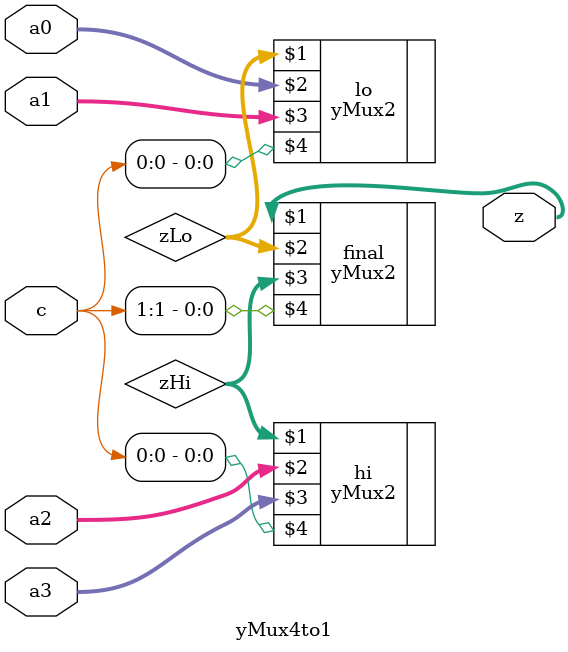
<source format=v>
module yMux4to1(z, a0, a1, a2, a3, c);
parameter SIZE = 2;
output [SIZE-1:0] z;
input [SIZE-1:0] a0, a1, a2, a3;
input[1:0] c;
wire [SIZE-1:0] zLo, zHi;

yMux2 #(SIZE) lo(zLo, a0, a1, c[0]);
yMux2 #(SIZE) hi(zHi, a2, a3, c[0]);
yMux2 #(SIZE) final(z, zLo, zHi, c[1]);

endmodule
</source>
